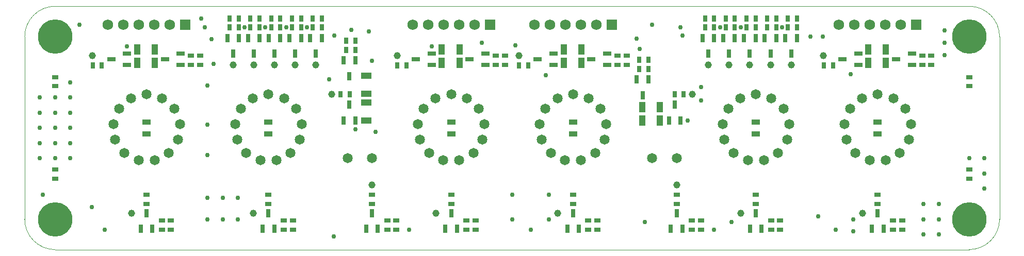
<source format=gts>
G04*
G04 #@! TF.GenerationSoftware,Altium Limited,Altium Designer,23.4.1 (23)*
G04*
G04 Layer_Color=8388736*
%FSAX44Y44*%
%MOMM*%
G71*
G04*
G04 #@! TF.SameCoordinates,1AFE91A9-0CB0-4E6F-966B-FDDC03A74EF8*
G04*
G04*
G04 #@! TF.FilePolarity,Negative*
G04*
G01*
G75*
%ADD16C,0.1000*%
%ADD25R,1.4500X0.8500*%
%ADD26R,1.0500X0.7500*%
%ADD27R,1.3500X0.7500*%
%ADD28R,1.0500X1.7500*%
%ADD29R,0.7500X1.0500*%
%ADD30R,0.7500X1.3500*%
%ADD31C,1.1500*%
%ADD32R,1.7500X1.0500*%
%ADD33C,1.6500*%
%ADD34C,1.7500*%
%ADD35R,1.7500X1.7500*%
%ADD36C,5.6500*%
%ADD37C,0.7500*%
D16*
X02900000Y02150000D02*
G03*
X02850000Y02200000I-00050000J00000000D01*
G01*
X01350000D02*
G03*
X01300000Y02150000I00000000J-00050000D01*
G01*
X02850000Y01800000D02*
G03*
X02900000Y01850000I00000000J00050000D01*
G01*
X01300000D02*
G03*
X01350000Y01800000I00050000J00000000D01*
G01*
Y02200000D02*
X02850000Y02200000D01*
X02900000Y02150000D02*
X02900000Y01850000D01*
X01350000Y01800000D02*
X02850000Y01800000D01*
X01300000Y01850000D02*
X01300000Y02150000D01*
D25*
X02700000Y01990500D02*
D03*
Y02009500D02*
D03*
X02500000Y01990500D02*
D03*
Y02009500D02*
D03*
X02200000Y01990500D02*
D03*
Y02009500D02*
D03*
X02000000Y01990500D02*
D03*
Y02009500D02*
D03*
X01700000Y01990500D02*
D03*
Y02009500D02*
D03*
X01500000Y01990500D02*
D03*
Y02009500D02*
D03*
D26*
X02788000Y02103500D02*
D03*
Y02118500D02*
D03*
X02773000Y02103500D02*
D03*
Y02118500D02*
D03*
X02288000Y02103500D02*
D03*
Y02118500D02*
D03*
X02273000Y02103500D02*
D03*
Y02118500D02*
D03*
X02088000Y02103500D02*
D03*
Y02118500D02*
D03*
X02073000Y02103500D02*
D03*
Y02118500D02*
D03*
X01588000Y02118500D02*
D03*
Y02103500D02*
D03*
X01573000Y02118500D02*
D03*
Y02103500D02*
D03*
X01350000Y02083500D02*
D03*
Y02068500D02*
D03*
X02850000Y02083500D02*
D03*
Y02068500D02*
D03*
X02700000Y01890000D02*
D03*
Y01875000D02*
D03*
X02500000Y01890000D02*
D03*
Y01875000D02*
D03*
X02370000Y01890000D02*
D03*
Y01875000D02*
D03*
X02200000Y01890000D02*
D03*
Y01875000D02*
D03*
X02000000Y01890000D02*
D03*
Y01875000D02*
D03*
X01870000Y01890000D02*
D03*
Y01875000D02*
D03*
X01700000Y01890000D02*
D03*
Y01875000D02*
D03*
X01500000Y01890000D02*
D03*
Y01875000D02*
D03*
X02740000Y01847500D02*
D03*
Y01832500D02*
D03*
X02725000Y01847500D02*
D03*
Y01832500D02*
D03*
X02525000Y01847500D02*
D03*
Y01832500D02*
D03*
X02540000Y01847500D02*
D03*
Y01832500D02*
D03*
X02395000Y01847500D02*
D03*
Y01832500D02*
D03*
X02410000Y01847500D02*
D03*
Y01832500D02*
D03*
X02240000Y01847500D02*
D03*
Y01832500D02*
D03*
X02225000Y01847500D02*
D03*
Y01832500D02*
D03*
X02040000Y01847500D02*
D03*
Y01832500D02*
D03*
X02025000Y01847500D02*
D03*
Y01832500D02*
D03*
X01910000Y01847500D02*
D03*
Y01832500D02*
D03*
X01895000Y01847500D02*
D03*
Y01832500D02*
D03*
X01740000Y01847500D02*
D03*
Y01832500D02*
D03*
X01725000Y01847500D02*
D03*
Y01832500D02*
D03*
X01540000Y01847500D02*
D03*
Y01832500D02*
D03*
X01525000Y01847500D02*
D03*
Y01832500D02*
D03*
X01350000Y01931500D02*
D03*
Y01916500D02*
D03*
X02850000Y01931500D02*
D03*
Y01916500D02*
D03*
D27*
X02756000Y02122500D02*
D03*
Y02103500D02*
D03*
X02730000Y02113000D02*
D03*
X02668000Y02122500D02*
D03*
Y02103500D02*
D03*
X02642000Y02113000D02*
D03*
X02256000Y02122500D02*
D03*
Y02103500D02*
D03*
X02230000Y02113000D02*
D03*
X02168000Y02122500D02*
D03*
Y02103500D02*
D03*
X02142000Y02113000D02*
D03*
X02056000Y02122500D02*
D03*
Y02103500D02*
D03*
X02030000Y02113000D02*
D03*
X01968000Y02122500D02*
D03*
Y02103500D02*
D03*
X01942000Y02113000D02*
D03*
X01442000D02*
D03*
X01468000Y02103500D02*
D03*
Y02122500D02*
D03*
X01556000D02*
D03*
Y02103500D02*
D03*
X01530000Y02113000D02*
D03*
D28*
X02684500Y02107000D02*
D03*
X02713500D02*
D03*
X02684500Y02129000D02*
D03*
X02713500D02*
D03*
X02313500Y02012000D02*
D03*
X02342500D02*
D03*
Y02034000D02*
D03*
X02313500D02*
D03*
X02184500Y02107000D02*
D03*
X02213500D02*
D03*
X02184500Y02129000D02*
D03*
X02213500D02*
D03*
X01984500Y02107000D02*
D03*
X02013500D02*
D03*
X01984500Y02129000D02*
D03*
X02013500D02*
D03*
X01513500D02*
D03*
X01484500D02*
D03*
X01513500Y02107000D02*
D03*
X01484500D02*
D03*
D29*
X02626500Y02103000D02*
D03*
X02611500D02*
D03*
X02567500Y02180000D02*
D03*
X02552500D02*
D03*
X02567500Y02165000D02*
D03*
X02552500D02*
D03*
X02431500Y02180000D02*
D03*
X02416500D02*
D03*
X02431500Y02165000D02*
D03*
X02416500D02*
D03*
X02366500Y02055000D02*
D03*
X02381500D02*
D03*
X02323500Y02097000D02*
D03*
X02308500D02*
D03*
X02323500Y02112000D02*
D03*
X02308500D02*
D03*
X02126500Y02103000D02*
D03*
X02111500D02*
D03*
X01926500D02*
D03*
X01911500D02*
D03*
X01833500Y02055000D02*
D03*
X01818500D02*
D03*
X01651500Y02180000D02*
D03*
X01636500D02*
D03*
X01651500Y02165000D02*
D03*
X01636500D02*
D03*
X01842500Y02128000D02*
D03*
X01827500D02*
D03*
X01842500Y02143000D02*
D03*
X01827500D02*
D03*
X01787500Y02165000D02*
D03*
X01772500D02*
D03*
X01787500Y02180000D02*
D03*
X01772500D02*
D03*
X01411500Y02103000D02*
D03*
X01426500D02*
D03*
X02518500Y02165000D02*
D03*
X02533500D02*
D03*
X02484500D02*
D03*
X02499500D02*
D03*
X02450500D02*
D03*
X02465500D02*
D03*
X01738500D02*
D03*
X01753500D02*
D03*
X01704500D02*
D03*
X01719500D02*
D03*
X01670500D02*
D03*
X01685500D02*
D03*
X02518500Y02180000D02*
D03*
X02533500D02*
D03*
X02484500D02*
D03*
X02499500D02*
D03*
X02450500D02*
D03*
X02465500D02*
D03*
X01738500D02*
D03*
X01753500D02*
D03*
X01704500D02*
D03*
X01719500D02*
D03*
X01670500D02*
D03*
X01685500D02*
D03*
D30*
X02548500Y02148000D02*
D03*
X02567500D02*
D03*
X02558000Y02122000D02*
D03*
X02514500Y02148000D02*
D03*
X02533500D02*
D03*
X02524000Y02122000D02*
D03*
X02480500Y02148000D02*
D03*
X02499500D02*
D03*
X02490000Y02122000D02*
D03*
X02446500Y02148000D02*
D03*
X02465500D02*
D03*
X02456000Y02122000D02*
D03*
X02412500Y02148000D02*
D03*
X02431500D02*
D03*
X02422000Y02122000D02*
D03*
X02376500Y02012000D02*
D03*
X02357500D02*
D03*
X02367000Y02038000D02*
D03*
X02304500Y02080000D02*
D03*
X02323500D02*
D03*
X02314000Y02054000D02*
D03*
X01842500Y02012000D02*
D03*
X01823500D02*
D03*
X01833000Y02038000D02*
D03*
X01823500Y02111000D02*
D03*
X01842500D02*
D03*
X01833000Y02085000D02*
D03*
X01768500Y02148000D02*
D03*
X01787500D02*
D03*
X01778000Y02122000D02*
D03*
X01734500Y02148000D02*
D03*
X01753500D02*
D03*
X01744000Y02122000D02*
D03*
X01700500Y02148000D02*
D03*
X01719500D02*
D03*
X01710000Y02122000D02*
D03*
X01666500Y02148000D02*
D03*
X01685500D02*
D03*
X01676000Y02122000D02*
D03*
X01632500Y02148000D02*
D03*
X01651500D02*
D03*
X01642000Y02122000D02*
D03*
X02709500Y01834000D02*
D03*
X02690500D02*
D03*
X02700000Y01860000D02*
D03*
X02509500Y01834000D02*
D03*
X02490500D02*
D03*
X02500000Y01860000D02*
D03*
X02379500Y01834000D02*
D03*
X02360500D02*
D03*
X02370000Y01860000D02*
D03*
X02209500Y01834000D02*
D03*
X02190500D02*
D03*
X02200000Y01860000D02*
D03*
X02009500Y01834000D02*
D03*
X01990500D02*
D03*
X02000000Y01860000D02*
D03*
X01879500Y01834000D02*
D03*
X01860500D02*
D03*
X01870000Y01860000D02*
D03*
X01709500Y01834000D02*
D03*
X01690500D02*
D03*
X01700000Y01860000D02*
D03*
X01509500Y01834000D02*
D03*
X01490500D02*
D03*
X01500000Y01860000D02*
D03*
D31*
X02422000Y02104000D02*
D03*
X01911000Y02119000D02*
D03*
X02111000D02*
D03*
X01642000Y02104000D02*
D03*
X02475000Y01860000D02*
D03*
X01975000D02*
D03*
X01675000D02*
D03*
X01475000D02*
D03*
X01411000Y02119000D02*
D03*
X02370000Y01906000D02*
D03*
X01870000D02*
D03*
X02675000Y01860000D02*
D03*
X02175000D02*
D03*
X02611000Y02119000D02*
D03*
X02396000Y02055000D02*
D03*
X01804000D02*
D03*
X02558000Y02104000D02*
D03*
X02524000D02*
D03*
X02490000D02*
D03*
X02456000D02*
D03*
X01778000D02*
D03*
X01744000D02*
D03*
X01710000D02*
D03*
X01676000D02*
D03*
D32*
X01861000Y02012500D02*
D03*
Y02041500D02*
D03*
Y02056500D02*
D03*
Y02085500D02*
D03*
D33*
X02700000Y02055000D02*
D03*
X02725559Y02048700D02*
D03*
X02745264Y02031244D02*
D03*
X02754599Y02006630D02*
D03*
X02751426Y01980498D02*
D03*
X02736473Y01958833D02*
D03*
X02713166Y01946599D02*
D03*
X02686834D02*
D03*
X02663527Y01958833D02*
D03*
X02648574Y01980498D02*
D03*
X02645401Y02006630D02*
D03*
X02654736Y02031244D02*
D03*
X02674441Y02048700D02*
D03*
X02500000Y02055000D02*
D03*
X02525560Y02048700D02*
D03*
X02545264Y02031244D02*
D03*
X02554599Y02006630D02*
D03*
X02551426Y01980498D02*
D03*
X02536473Y01958833D02*
D03*
X02513166Y01946599D02*
D03*
X02486834D02*
D03*
X02463527Y01958833D02*
D03*
X02448574Y01980498D02*
D03*
X02445401Y02006630D02*
D03*
X02454736Y02031244D02*
D03*
X02474440Y02048700D02*
D03*
X02370000Y01950000D02*
D03*
X02330000D02*
D03*
X02200000Y02055000D02*
D03*
X02225560Y02048700D02*
D03*
X02245264Y02031244D02*
D03*
X02254599Y02006630D02*
D03*
X02251426Y01980498D02*
D03*
X02236473Y01958833D02*
D03*
X02213166Y01946599D02*
D03*
X02186834D02*
D03*
X02163527Y01958833D02*
D03*
X02148574Y01980498D02*
D03*
X02145401Y02006630D02*
D03*
X02154736Y02031244D02*
D03*
X02174440Y02048700D02*
D03*
X02000000Y02055000D02*
D03*
X02025560Y02048700D02*
D03*
X02045264Y02031244D02*
D03*
X02054599Y02006630D02*
D03*
X02051426Y01980498D02*
D03*
X02036473Y01958833D02*
D03*
X02013166Y01946599D02*
D03*
X01986834D02*
D03*
X01963527Y01958833D02*
D03*
X01948574Y01980498D02*
D03*
X01945401Y02006630D02*
D03*
X01954736Y02031244D02*
D03*
X01974440Y02048700D02*
D03*
X01700000Y02055000D02*
D03*
X01725560Y02048700D02*
D03*
X01745264Y02031244D02*
D03*
X01754599Y02006630D02*
D03*
X01751426Y01980498D02*
D03*
X01736473Y01958833D02*
D03*
X01713166Y01946599D02*
D03*
X01686834D02*
D03*
X01663527Y01958833D02*
D03*
X01648574Y01980498D02*
D03*
X01645401Y02006630D02*
D03*
X01654736Y02031244D02*
D03*
X01674440Y02048700D02*
D03*
X01500000Y02055000D02*
D03*
X01525560Y02048700D02*
D03*
X01545264Y02031244D02*
D03*
X01554599Y02006630D02*
D03*
X01551426Y01980498D02*
D03*
X01536473Y01958833D02*
D03*
X01513166Y01946599D02*
D03*
X01486834D02*
D03*
X01463527Y01958833D02*
D03*
X01448574Y01980498D02*
D03*
X01445401Y02006630D02*
D03*
X01454736Y02031244D02*
D03*
X01474440Y02048700D02*
D03*
X01870000Y01950000D02*
D03*
X01830000D02*
D03*
D34*
X02636500Y02170000D02*
D03*
X02661900D02*
D03*
X02687300D02*
D03*
X02712700D02*
D03*
X02738100D02*
D03*
X02238100D02*
D03*
X02212700D02*
D03*
X02187300D02*
D03*
X02161900D02*
D03*
X02136500D02*
D03*
X01936500D02*
D03*
X01961900D02*
D03*
X01987300D02*
D03*
X02012700D02*
D03*
X02038100D02*
D03*
X01538100D02*
D03*
X01512700D02*
D03*
X01487300D02*
D03*
X01461900D02*
D03*
X01436500D02*
D03*
D35*
X02763500D02*
D03*
X02263500D02*
D03*
X02063500D02*
D03*
X01563500D02*
D03*
D36*
X02850000Y01850000D02*
D03*
X01350000Y02150000D02*
D03*
X02850000D02*
D03*
X01350000Y01850000D02*
D03*
D37*
X01808000Y02152000D02*
D03*
X01865000Y02159000D02*
D03*
X02050000Y02140000D02*
D03*
X02330000Y02170000D02*
D03*
X02590000Y02150000D02*
D03*
X02610000D02*
D03*
X02810000Y02120000D02*
D03*
Y02140000D02*
D03*
Y02160000D02*
D03*
X02850000Y01950000D02*
D03*
X02875000D02*
D03*
Y01925000D02*
D03*
Y01900000D02*
D03*
X02800000Y01825000D02*
D03*
Y01850000D02*
D03*
Y01875000D02*
D03*
X02775000D02*
D03*
Y01850000D02*
D03*
Y01825000D02*
D03*
X02660000Y01830000D02*
D03*
Y01850000D02*
D03*
X02602500Y01855000D02*
D03*
X02460000Y01845000D02*
D03*
X02317500D02*
D03*
X02160000Y01850000D02*
D03*
Y01890000D02*
D03*
X02100000D02*
D03*
Y01850000D02*
D03*
X01800000Y02080000D02*
D03*
X01870000Y02110000D02*
D03*
X01876107Y01993196D02*
D03*
X01330000Y01890000D02*
D03*
X01410000Y01870000D02*
D03*
X01375000Y02075000D02*
D03*
X01390000Y02170000D02*
D03*
X01590000Y02180000D02*
D03*
X01610000Y02105000D02*
D03*
X01600000Y02070000D02*
D03*
Y02005000D02*
D03*
Y01955000D02*
D03*
X01650000Y01885000D02*
D03*
X01625000D02*
D03*
X01600000D02*
D03*
X01650000Y01850000D02*
D03*
X01625000D02*
D03*
X01600000D02*
D03*
X01375000Y01950000D02*
D03*
Y01975000D02*
D03*
Y02000000D02*
D03*
Y02025000D02*
D03*
Y02050000D02*
D03*
X01350000D02*
D03*
Y02025000D02*
D03*
Y02000000D02*
D03*
Y01975000D02*
D03*
Y01950000D02*
D03*
X01325000D02*
D03*
Y01975000D02*
D03*
Y02000000D02*
D03*
Y02025000D02*
D03*
Y02050000D02*
D03*
X02155000Y02087000D02*
D03*
X02655500Y02088000D02*
D03*
X02410058Y02067082D02*
D03*
X02410000Y02045000D02*
D03*
X01807250Y01821250D02*
D03*
X02380000Y02152000D02*
D03*
X01968000Y02134000D02*
D03*
X02105000Y02136000D02*
D03*
X02304000Y02147000D02*
D03*
X02309000Y02130000D02*
D03*
X01763000Y02165000D02*
D03*
X01729000D02*
D03*
X01596000D02*
D03*
X02376000D02*
D03*
X02543000D02*
D03*
X02475000D02*
D03*
X02441000D02*
D03*
X01695000D02*
D03*
X01661000D02*
D03*
X01836000Y02161000D02*
D03*
X01607000Y02146000D02*
D03*
X01931088Y01832409D02*
D03*
X01431088D02*
D03*
X02131088D02*
D03*
X02631088D02*
D03*
X02431088D02*
D03*
X01842500Y01997500D02*
D03*
X02388000Y02012000D02*
D03*
X01468000Y02134000D02*
D03*
M02*

</source>
